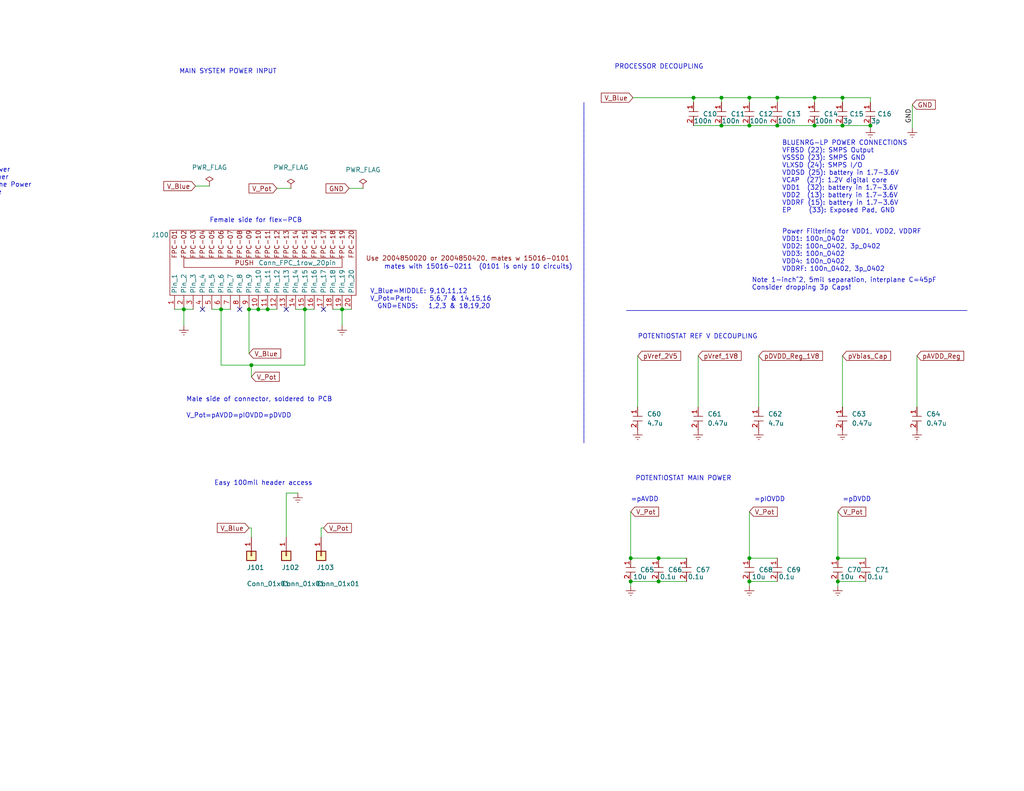
<source format=kicad_sch>
(kicad_sch (version 20211123) (generator eeschema)
  (paper "USLetter")
  (title_block (title "SwiftMote-EC Prototype") (rev "2022A") (company "CMC Microsystems"))
  (lib_symbols
    (symbol "CMC_Capacitor:Non_Polar"
      (property "Reference" "C" (at 3.81 0 0))
      (symbol "Non_Polar_0_1"
        (polyline (pts (xy -1.27 0) (xy 1.27 0)))
        (polyline (pts (xy -1.27 1.27) (xy 1.27 1.27)))
      )
      (symbol "Non_Polar_1_1"
        (pin passive line (at 0 3.81 270) (length 2.54) (name "") (number "1"))
        (pin passive line (at 0 -2.54 90) (length 2.54) (name "") (number "2"))
      )
    )
    (symbol "CMC_Connector:Conn_FPC_1row_20pin"
      (property "Reference" "J" (at -29.21 7.62 0))
      (property "Value" "Conn_FPC_1row_20pin" (at 10.16 0 0))
      (symbol "Conn_FPC_1row_20pin_0_0"
        (rectangle (start -25.4 -8.89) (end 25.4 8.89))
        (rectangle (start -21.59 1.27) (end 21.59 -1.27))
        (text "FPC-01" (at -24.13 5.08 900) (effects (font (size 1.27 1.27))))
        (text "FPC-02" (at -21.59 5.08 900) (effects (font (size 1.27 1.27))))
        (text "FPC-03" (at -19.05 5.08 900) (effects (font (size 1.27 1.27))))
        (text "FPC-04" (at -16.51 5.08 900) (effects (font (size 1.27 1.27))))
        (text "FPC-05" (at -13.97 5.08 900) (effects (font (size 1.27 1.27))))
        (text "FPC-06" (at -11.43 5.08 900) (effects (font (size 1.27 1.27))))
        (text "FPC-07" (at -8.89 5.08 900) (effects (font (size 1.27 1.27))))
        (text "FPC-08" (at -6.35 5.08 900) (effects (font (size 1.27 1.27))))
        (text "FPC-09" (at -3.81 5.08 900) (effects (font (size 1.27 1.27))))
        (text "FPC-10" (at -1.27 5.08 900) (effects (font (size 1.27 1.27))))
        (text "FPC-11" (at 1.27 5.08 900) (effects (font (size 1.27 1.27))))
        (text "FPC-12" (at 3.81 5.08 900) (effects (font (size 1.27 1.27))))
        (text "FPC-13" (at 6.35 5.08 900) (effects (font (size 1.27 1.27))))
        (text "FPC-14" (at 8.89 5.08 900) (effects (font (size 1.27 1.27))))
        (text "FPC-15" (at 11.43 5.08 900) (effects (font (size 1.27 1.27))))
        (text "FPC-16" (at 13.97 5.08 900) (effects (font (size 1.27 1.27))))
        (text "FPC-17" (at 16.51 5.08 900) (effects (font (size 1.27 1.27))))
        (text "FPC-18" (at 19.05 5.08 900) (effects (font (size 1.27 1.27))))
        (text "FPC-19" (at 21.59 5.08 900) (effects (font (size 1.27 1.27))))
        (text "FPC-20" (at 24.13 5.08 900) (effects (font (size 1.27 1.27))))
        (text "PUSH" (at -5.08 0 0) (effects (font (size 1.27 1.27))))
        (text "Use 2004850020 or 2004850420, mates w 15016-0101" (at 55.88 1.27 0) (effects (font (size 1.27 1.27))))
      )
      (symbol "Conn_FPC_1row_20pin_1_1"
        (pin passive line (at -24.13 -12.7 90) (length 3.81) (name "Pin_1") (number "1"))
        (pin passive line (at -1.27 -12.7 90) (length 3.81) (name "Pin_10") (number "10"))
        (pin passive line (at 1.27 -12.7 90) (length 3.81) (name "Pin_11") (number "11"))
        (pin passive line (at 3.81 -12.7 90) (length 3.81) (name "Pin_12") (number "12"))
        (pin passive line (at 6.35 -12.7 90) (length 3.81) (name "Pin_13") (number "13"))
        (pin passive line (at 8.89 -12.7 90) (length 3.81) (name "Pin_14") (number "14"))
        (pin passive line (at 11.43 -12.7 90) (length 3.81) (name "Pin_15") (number "15"))
        (pin passive line (at 13.97 -12.7 90) (length 3.81) (name "Pin_16") (number "16"))
        (pin passive line (at 16.51 -12.7 90) (length 3.81) (name "Pin_17") (number "17"))
        (pin passive line (at 19.05 -12.7 90) (length 3.81) (name "Pin_18") (number "18"))
        (pin passive line (at 21.59 -12.7 90) (length 3.81) (name "Pin_19") (number "19"))
        (pin passive line (at -21.59 -12.7 90) (length 3.81) (name "Pin_2") (number "2"))
        (pin passive line (at 24.13 -12.7 90) (length 3.81) (name "Pin_20") (number "20"))
        (pin passive line (at -19.05 -12.7 90) (length 3.81) (name "Pin_3") (number "3"))
        (pin passive line (at -16.51 -12.7 90) (length 3.81) (name "Pin_4") (number "4"))
        (pin passive line (at -13.97 -12.7 90) (length 3.81) (name "Pin_5") (number "5"))
        (pin passive line (at -11.43 -12.7 90) (length 3.81) (name "Pin_6") (number "6"))
        (pin passive line (at -8.89 -12.7 90) (length 3.81) (name "Pin_7") (number "7"))
        (pin passive line (at -6.35 -12.7 90) (length 3.81) (name "Pin_8") (number "8"))
        (pin passive line (at -3.81 -12.7 90) (length 3.81) (name "Pin_9") (number "9"))
      )
    )
    (symbol "Connector_Generic:Conn_01x01" (pin_names (offset 1.016) hide)
      (property "Reference" "J" (at 0 2.54 0))
      (property "Value" "Conn_01x01" (at 0 -2.54 0))
      (symbol "Conn_01x01_1_1"
        (rectangle (start -1.27 0.127) (end 0 -0.127) (stroke (width 0.1524)))
        (rectangle (start -1.27 1.27) (end 1.27 -1.27) (stroke (width 0.254)) (fill (type background)))
        (pin passive line (at -5.08 0 0) (length 3.81) (name "Pin_1") (number "1"))
      )
    )
    (symbol "power:GNDREF" (power) (pin_names (offset 0))
      (property "Value" "GNDREF" (at 0 -3.81 0))
      (symbol "GNDREF_0_1"
        (polyline (pts (xy -0.635 -1.905) (xy 0.635 -1.905)))
        (polyline (pts (xy -0.127 -2.54) (xy 0.127 -2.54)))
        (polyline (pts (xy 0 -1.27) (xy 0 0)))
        (polyline (pts (xy 1.27 -1.27) (xy -1.27 -1.27)))
      )
      (symbol "GNDREF_1_1"
        (pin power_in line (at 0 0 270) (length 0) hide (name "GNDREF") (number "1"))
      )
    )
    (symbol "power:PWR_FLAG" (power) (pin_numbers hide) (pin_names (offset 0) hide)
      (property "Value" "PWR_FLAG" (at 0 3.81 0))
      (symbol "PWR_FLAG_0_0"
        (pin power_out line (at 0 0 90) (length 0) (name "pwr") (number "1"))
      )
      (symbol "PWR_FLAG_0_1"
        (polyline (pts (xy 0 0) (xy 0 1.27) (xy -1.016 1.905) (xy 0 2.54) (xy 1.016 1.905) (xy 0 1.27)))
      )
    )
  )
  (junction (at 212.09 34.29))
  (junction (at 196.85 34.29))
  (junction (at 179.705 158.75))
  (junction (at 73.025 84.455))
  (junction (at 229.87 34.29))
  (junction (at 60.325 84.455))
  (junction (at 237.49 34.29))
  (junction (at 228.6 152.4))
  (junction (at 204.47 158.75))
  (junction (at 204.47 26.67))
  (junction (at 189.23 26.67))
  (junction (at 212.09 26.67))
  (junction (at 179.705 152.4))
  (junction (at 196.85 26.67))
  (junction (at 83.185 84.455))
  (junction (at 204.47 34.29))
  (junction (at 172.085 152.4))
  (junction (at 67.945 84.455))
  (junction (at 68.58 99.695))
  (junction (at 222.25 26.67))
  (junction (at 204.47 152.4))
  (junction (at 93.345 84.455))
  (junction (at 70.485 84.455))
  (junction (at 229.87 26.67))
  (junction (at 222.25 34.29))
  (junction (at 50.165 84.455))
  (junction (at 172.085 158.75))
  (junction (at 228.6 158.75))
  (no_connect (at 55.245 84.455))
  (no_connect (at 65.405 84.455))
  (no_connect (at 78.105 84.455))
  (no_connect (at 88.265 84.455))
  (wire (pts (xy 179.705 152.4) (xy 187.325 152.4)))
  (wire (pts (xy 93.345 84.455) (xy 95.885 84.455)))
  (wire (pts (xy 228.6 139.7) (xy 228.6 152.4)))
  (wire (pts (xy 250.19 97.155) (xy 250.19 111.125)))
  (wire (pts (xy 179.705 158.75) (xy 187.325 158.75)))
  (wire (pts (xy 196.85 26.67) (xy 204.47 26.67)))
  (wire (pts (xy 229.87 26.67) (xy 237.49 26.67)))
  (wire (pts (xy 204.47 26.67) (xy 212.09 26.67)))
  (wire (pts (xy 196.85 26.67) (xy 196.85 27.94)))
  (wire (pts (xy 229.87 34.29) (xy 237.49 34.29)))
  (wire (pts (xy 228.6 158.75) (xy 228.6 160.02)))
  (wire (pts (xy 68.58 146.685) (xy 68.58 144.145)))
  (wire (pts (xy 172.72 26.67) (xy 189.23 26.67)))
  (wire (pts (xy 80.645 84.455) (xy 83.185 84.455)))
  (wire (pts (xy 204.47 139.7) (xy 204.47 152.4)))
  (wire (pts (xy 57.785 84.455) (xy 60.325 84.455)))
  (wire (pts (xy 47.625 84.455) (xy 50.165 84.455)))
  (wire (pts (xy 60.325 84.455) (xy 60.325 99.695)))
  (wire (pts (xy 67.945 84.455) (xy 67.945 96.52)))
  (wire (pts (xy 78.105 146.685) (xy 78.105 134.62)))
  (wire (pts (xy 95.25 51.435) (xy 99.06 51.435)))
  (wire (pts (xy 53.34 50.8) (xy 57.15 50.8)))
  (wire (pts (xy 229.87 97.155) (xy 229.87 111.125)))
  (wire (pts (xy 75.565 51.435) (xy 79.375 51.435)))
  (wire (pts (xy 237.49 34.29) (xy 237.49 34.925)))
  (wire (pts (xy 189.23 26.67) (xy 196.85 26.67)))
  (wire (pts (xy 173.99 97.155) (xy 173.99 111.125)))
  (wire (pts (xy 73.025 84.455) (xy 75.565 84.455)))
  (wire (pts (xy 172.085 139.7) (xy 172.085 152.4)))
  (wire (pts (xy 78.105 134.62) (xy 81.28 134.62)))
  (wire (pts (xy 83.185 84.455) (xy 85.725 84.455)))
  (wire (pts (xy 190.5 97.155) (xy 190.5 111.125)))
  (wire (pts (xy 212.09 34.29) (xy 222.25 34.29)))
  (wire (pts (xy 248.92 28.575) (xy 248.92 34.925)))
  (wire (pts (xy 68.58 99.695) (xy 68.58 102.87)))
  (wire (pts (xy 204.47 34.29) (xy 212.09 34.29)))
  (wire (pts (xy 68.58 144.145) (xy 67.945 144.145)))
  (wire (pts (xy 222.25 26.67) (xy 229.87 26.67)))
  (wire (pts (xy 204.47 158.75) (xy 212.09 158.75)))
  (wire (pts (xy 204.47 152.4) (xy 212.09 152.4)))
  (wire (pts (xy 67.945 84.455) (xy 70.485 84.455)))
  (wire (pts (xy 87.63 146.685) (xy 87.63 144.145)))
  (wire (pts (xy 196.85 34.29) (xy 204.47 34.29)))
  (wire (pts (xy 189.23 26.67) (xy 189.23 27.94)))
  (wire (pts (xy 204.47 26.67) (xy 204.47 27.94)))
  (wire (pts (xy 229.87 26.67) (xy 229.87 27.94)))
  (wire (pts (xy 70.485 84.455) (xy 73.025 84.455)))
  (wire (pts (xy 204.47 158.75) (xy 204.47 160.02)))
  (wire (pts (xy 83.185 84.455) (xy 83.185 99.695)))
  (wire (pts (xy 87.63 144.145) (xy 88.265 144.145)))
  (wire (pts (xy 212.09 26.67) (xy 212.09 27.94)))
  (wire (pts (xy 228.6 158.75) (xy 236.22 158.75)))
  (wire (pts (xy 222.25 34.29) (xy 229.87 34.29)))
  (wire (pts (xy 228.6 152.4) (xy 236.22 152.4)))
  (wire (pts (xy 237.49 26.67) (xy 237.49 27.94)))
  (wire (pts (xy 172.085 158.75) (xy 179.705 158.75)))
  (wire (pts (xy 50.165 84.455) (xy 52.705 84.455)))
  (wire (pts (xy 60.325 84.455) (xy 62.865 84.455)))
  (wire (pts (xy 172.085 158.75) (xy 172.085 160.02)))
  (wire (pts (xy 189.23 34.29) (xy 196.85 34.29)))
  (wire (pts (xy 93.345 84.455) (xy 93.345 88.9)))
  (wire (pts (xy 60.325 99.695) (xy 68.58 99.695)))
  (wire (pts (xy 207.01 97.155) (xy 207.01 111.125)))
  (wire (pts (xy 90.805 84.455) (xy 93.345 84.455)))
  (wire (pts (xy 222.25 26.67) (xy 222.25 27.94)))
  (wire (pts (xy 50.165 84.455) (xy 50.165 88.9)))
  (wire (pts (xy 68.58 99.695) (xy 83.185 99.695)))
  (wire (pts (xy 212.09 26.67) (xy 222.25 26.67)))
  (wire (pts (xy 172.085 152.4) (xy 179.705 152.4)))
  (text "Male side of connector, soldered to PCB" (at 50.8 109.855 0) (effects (font (size 1.27 1.27)) (justify left bottom)))
  (text "=pIOVDD" (at 205.74 137.16 0) (effects (font (size 1.27 1.27)) (justify left bottom)))
  (text "pg7 AD5940\nAVDD=DVDD=2.8V to 3.6V\nMaximum difference between supplies=0.3V\nIOVDD=1.8V and 2.8V to 3.6V\nADC ref/excitation/DAC and amplifier=1.82V internal ref\nlow power DAC ref 2.5V, internal reference" (at -76.835 119.38 0) (effects (font (size 1.27 1.27)) (justify left bottom)))
  (text "_____________________________________________________________" (at 170.815 85.09 0) (effects (font (size 2 2)) (justify left bottom)))
  (text "Easy 100mil header access" (at 58.42 132.715 0) (effects (font (size 1.27 1.27)) (justify left bottom)))
  (text "Power Filtering for VDD1, VDD2, VDDRF\nVDD1: 100n_0402\nVDD2: 100n_0402, 3p_0402\nVDD3: 100n_0402\nVDD4: 100n_0402\nVDDRF: 100n_0402, 3p_0402" (at 213.36 74.295 0) (effects (font (size 1.27 1.27)) (justify left bottom)))
  (text "PROCESSOR DECOUPLING" (at 167.64 19.05 0) (effects (font (size 1.27 1.27)) (justify left bottom)))
  (text "Have this way too small zif:\nTE 1734592-5  (5-pos, 0.50 mm pitch, 0.20mm wide pins)\nseems to be only for inserting flex pcb's and \nlocking them in, no way to unlock." (at -78.105 96.52 0) (effects (font (size 1.27 1.27)) (justify left bottom)))
  (text "For magnetic connections,  have cutouts around the SWDIO and expansion header for 'stabilty'" (at -107.315 74.93 0) (effects (font (size 1.27 1.27)) (justify left bottom)))
  (text "mates with 15016-0211  (0101 is only 10 circuits)" (at 104.775 73.66 0) (effects (font (size 1.27 1.27)) (justify left bottom)))
  (text "BLUENRG-LP POWER CONNECTIONS\nVFBSD (22): SMPS Output\nVSSSD (23): SMPS GND\nVLXSD (24): SMPS I/O\nVDDSD (25): battery in 1.7-3.6V\nVCAP  (27): 1.2V digital core\nVDD1  (32): battery in 1.7-3.6V\nVDD2  (13): battery in 1.7-3.6V\nVDDRF (15): battery in 1.7-3.6V\nEP     (33): Exposed Pad, GND\n\n" (at 213.36 60.325 0) (effects (font (size 1.27 1.27)) (justify left bottom)))
  (text "V_Blue=MIDDLE: 9,10,11,12  \nV_Pot=Part:     5,6,7 & 14,15,16\n  GND=ENDS:   1,2,3 & 18,19,20" (at 100.965 84.455 0) (effects (font (size 1.27 1.27)) (justify left bottom)))
  (text "Female side for flex-PCB" (at 57.15 60.96 0) (effects (font (size 1.27 1.27)) (justify left bottom)))
  (text "POTENTIOSTAT MAIN POWER" (at 173.355 131.445 0) (effects (font (size 1.27 1.27)) (justify left bottom)))
  (text "POTENTIOSTAT REF V DECOUPLING" (at 173.99 92.71 0) (effects (font (size 1.27 1.27)) (justify left bottom)))
  (text "_____________________________________________________________" (at 159.385 121.285 90) (effects (font (size 2 2)) (justify left bottom)))
  (text "=pDVDD" (at 229.87 137.16 0) (effects (font (size 1.27 1.27)) (justify left bottom)))
  (text "Note 1-inch^2, 5mil separation, interplane C=45pF\nConsider dropping 3p Caps!" (at 205.105 79.375 0) (effects (font (size 1.27 1.27)) (justify left bottom)))
  (text "V_Pot=pAVDD=pIOVDD=pDVDD" (at 50.8 114.3 0) (effects (font (size 1.27 1.27)) (justify left bottom)))
  (text "Need:\nGND\nBlueNRG-LP Power\nPotentiostat Power\nAbility to Combine Power\nKeep it flippable" (at -15.875 53.34 0) (effects (font (size 1.27 1.27)) (justify left bottom)))
  (text "=pAVDD" (at 172.085 137.16 0) (effects (font (size 1.27 1.27)) (justify left bottom)))
  (text "MAIN SYSTEM POWER INPUT" (at 48.895 20.32 0) (effects (font (size 1.27 1.27)) (justify left bottom)))
  (label "GND" (at 248.92 33.655 90))
  (global_label "V_Pot" (shape input) (at 68.58 102.87 0) (property "Intersheet References" "${INTERSHEET_REFS}" (effects hide)))
  (global_label "V_Pot" (shape input) (at 88.265 144.145 0) (property "Intersheet References" "${INTERSHEET_REFS}" (effects hide)))
  (global_label "V_Blue" (shape input) (at 172.72 26.67 180) (property "Intersheet References" "${INTERSHEET_REFS}" (effects hide)))
  (global_label "V_Blue" (shape input) (at 67.945 144.145 180) (property "Intersheet References" "${INTERSHEET_REFS}" (effects hide)))
  (global_label "pVbias_Cap" (shape input) (at 229.87 97.155 0) (property "Intersheet References" "${INTERSHEET_REFS}" (effects hide)))
  (global_label "V_Pot" (shape input) (at 204.47 139.7 0) (property "Intersheet References" "${INTERSHEET_REFS}" (effects hide)))
  (global_label "V_Blue" (shape input) (at 53.34 50.8 180) (property "Intersheet References" "${INTERSHEET_REFS}" (effects hide)))
  (global_label "pAVDD_Reg" (shape input) (at 250.19 97.155 0) (property "Intersheet References" "${INTERSHEET_REFS}" (effects hide)))
  (global_label "pVref_1V8" (shape input) (at 190.5 97.155 0) (property "Intersheet References" "${INTERSHEET_REFS}" (effects hide)))
  (global_label "GND" (shape input) (at 248.92 28.575 0) (property "Intersheet References" "${INTERSHEET_REFS}" (effects hide)))
  (global_label "pDVDD_Reg_1V8" (shape input) (at 207.01 97.155 0) (property "Intersheet References" "${INTERSHEET_REFS}" (effects hide)))
  (global_label "V_Blue" (shape input) (at 67.945 96.52 0) (property "Intersheet References" "${INTERSHEET_REFS}" (effects hide)))
  (global_label "V_Pot" (shape input) (at 228.6 139.7 0) (property "Intersheet References" "${INTERSHEET_REFS}" (effects hide)))
  (global_label "V_Pot" (shape input) (at 75.565 51.435 180) (property "Intersheet References" "${INTERSHEET_REFS}" (effects hide)))
  (global_label "V_Pot" (shape input) (at 172.085 139.7 0) (property "Intersheet References" "${INTERSHEET_REFS}" (effects hide)))
  (global_label "pVref_2V5" (shape input) (at 173.99 97.155 0) (property "Intersheet References" "${INTERSHEET_REFS}" (effects hide)))
  (global_label "GND" (shape input) (at 95.25 51.435 180) (property "Intersheet References" "${INTERSHEET_REFS}" (effects hide)))
  (symbol (lib_id "power:GNDREF") (at 204.47 160.02 0) (unit 1)
    (property "Reference" "#PWR0132" (effects hide))
    (property "Value" "GNDREF" (effects hide))
  )
  (symbol (lib_id "CMC_Capacitor:Non_Polar") (at 172.085 156.21 0) (unit 1)
    (property "Reference" "C65" (at 174.625 155.5749 0) (effects (justify left)))
    (property "Value" "10u" (at 174.625 157.48 0))
    (property "Footprint" "CMC_Capacitor_SMD:C_0805_2012Metric" (effects hide))
    (property "Manufacturer PN" "GRM21BR71A106KA73L" (effects hide))
    (property "Digikey PN" "490-10516-1-ND" (effects hide))
    (property "Mouser PN" "81-GRM21BR71A106KA3L" (effects hide))
    (property "Top Distributor" "Digikey" (effects hide))
    (property "Voltage" "10V" (effects hide))
    (property "Type" "X7R" (effects hide))
  )
  (symbol (lib_id "CMC_Capacitor:Non_Polar") (at 187.325 156.21 0) (unit 1)
    (property "Reference" "C67" (at 189.865 155.5749 0) (effects (justify left)))
    (property "Value" "0.1u" (at 189.865 157.48 0))
    (property "Footprint" "CMC_Capacitor_SMD:C_0402_1005Metric" (effects hide))
    (property "Manufacturer PN" "GRM155R71H104KE14J" (effects hide))
    (property "Digikey PN" "490-13342-1-ND" (effects hide))
    (property "Mouser PN" "81-GRM155R71H104KE4J" (effects hide))
    (property "Top Distributor" "Mouser" (effects hide))
    (property "Voltage" "50V" (effects hide))
    (property "Type" "X7R" (effects hide))
  )
  (symbol (lib_id "CMC_Capacitor:Non_Polar") (at 173.99 114.935 0) (unit 1)
    (property "Reference" "C60" (at 176.53 113.0299 0) (effects (justify left)))
    (property "Value" "4.7u" (at 176.53 115.5699 0) (effects (justify left)))
    (property "Footprint" "CMC_Capacitor_SMD:C_0603_1608Metric" (effects hide))
    (property "Manufacturer PN" "GRM188Z71C475KE21J" (effects hide))
    (property "Digikey PN" "490-GRM188Z71C475KE21JCT-ND" (effects hide))
    (property "Mouser PN" "81-GRM188Z71C475KE1J" (effects hide))
    (property "Top Distributor" "Digikey" (effects hide))
    (property "Voltage" "16V" (effects hide))
    (property "Type" "X7R" (effects hide))
  )
  (symbol (lib_id "power:PWR_FLAG") (at 57.15 50.8 0) (unit 1)
    (property "Reference" "#FLG0103" (effects hide))
    (property "Value" "PWR_FLAG" (at 57.15 45.72 0))
  )
  (symbol (lib_id "power:GNDREF") (at 237.49 34.925 0) (unit 1)
    (property "Reference" "#PWR0129" (effects hide))
    (property "Value" "GNDREF" (effects hide))
  )
  (symbol (lib_id "CMC_Capacitor:Non_Polar") (at 250.19 114.935 0) (unit 1)
    (property "Reference" "C64" (at 252.73 113.0299 0) (effects (justify left)))
    (property "Value" "0.47u" (at 252.73 115.5699 0) (effects (justify left)))
    (property "Footprint" "CMC_Capacitor_SMD:C_0402_1005Metric" (effects hide))
    (property "Manufacturer PN" "GRM155R71A474KE01D" (effects hide))
    (property "Digikey PN" "490-14366-1-ND" (effects hide))
    (property "Mouser PN" "81-GRM155R71A474KE1D" (effects hide))
    (property "Top Distributor" "Digikey" (effects hide))
    (property "Voltage" "10V" (effects hide))
    (property "Type" "X7R" (effects hide))
  )
  (symbol (lib_id "CMC_Capacitor:Non_Polar") (at 207.01 114.935 0) (unit 1)
    (property "Reference" "C62" (at 209.55 113.0299 0) (effects (justify left)))
    (property "Value" "4.7u" (at 209.55 115.5699 0) (effects (justify left)))
    (property "Footprint" "CMC_Capacitor_SMD:C_0603_1608Metric" (effects hide))
    (property "Manufacturer PN" "GRM188Z71C475KE21J" (effects hide))
    (property "Digikey PN" "490-GRM188Z71C475KE21JCT-ND" (effects hide))
    (property "Mouser PN" "81-GRM188Z71C475KE1J" (effects hide))
    (property "Top Distributor" "Digikey" (effects hide))
    (property "Voltage" "16V" (effects hide))
    (property "Type" "X7R" (effects hide))
  )
  (symbol (lib_id "power:GNDREF") (at 190.5 117.475 0) (unit 1)
    (property "Reference" "#PWR0127" (effects hide))
    (property "Value" "GNDREF" (effects hide))
  )
  (symbol (lib_id "CMC_Capacitor:Non_Polar") (at 222.25 31.75 0) (unit 1)
    (property "Reference" "C14" (at 224.79 31.1149 0) (effects (justify left)))
    (property "Value" "100n" (at 224.79 33.02 0))
    (property "Footprint" "CMC_Capacitor_SMD:C_0402_1005Metric" (effects hide))
    (property "Manufacturer PN" "GCM155R71E104KE02D" (effects hide))
    (property "Digikey PN" "490-16431-1-ND" (effects hide))
    (property "Mouser PN" "GCM155R71E104KE02D" (effects hide))
    (property "Top Distributor" "Digikey" (effects hide))
    (property "Voltage" "25V" (effects hide))
    (property "Type" "X7R, 10% tolerance" (effects hide))
  )
  (symbol (lib_id "power:GNDREF") (at 173.99 117.475 0) (unit 1)
    (property "Reference" "#PWR0128" (effects hide))
    (property "Value" "GNDREF" (effects hide))
  )
  (symbol (lib_id "CMC_Capacitor:Non_Polar") (at 212.09 156.21 0) (unit 1)
    (property "Reference" "C69" (at 214.63 155.5749 0) (effects (justify left)))
    (property "Value" "0.1u" (at 214.63 157.48 0))
    (property "Footprint" "CMC_Capacitor_SMD:C_0402_1005Metric" (effects hide))
    (property "Manufacturer PN" "GRM155R71H104KE14J" (effects hide))
    (property "Digikey PN" "490-13342-1-ND" (effects hide))
    (property "Mouser PN" "81-GRM155R71H104KE4J" (effects hide))
    (property "Top Distributor" "Mouser" (effects hide))
    (property "Voltage" "50V" (effects hide))
    (property "Type" "X7R" (effects hide))
  )
  (symbol (lib_id "power:GNDREF") (at 207.01 117.475 0) (unit 1)
    (property "Reference" "#PWR0126" (effects hide))
    (property "Value" "GNDREF" (effects hide))
  )
  (symbol (lib_id "CMC_Capacitor:Non_Polar") (at 204.47 31.75 0) (unit 1)
    (property "Reference" "C12" (at 207.01 31.1149 0) (effects (justify left)))
    (property "Value" "100n" (at 207.01 33.02 0))
    (property "Footprint" "CMC_Capacitor_SMD:C_0402_1005Metric" (effects hide))
    (property "Manufacturer PN" "GCM155R71E104KE02D" (effects hide))
    (property "Digikey PN" "490-16431-1-ND" (effects hide))
    (property "Mouser PN" "GCM155R71E104KE02D" (effects hide))
    (property "Top Distributor" "Digikey" (effects hide))
    (property "Voltage" "25V" (effects hide))
    (property "Type" "X7R, 10% tolerance" (effects hide))
  )
  (symbol (lib_id "power:PWR_FLAG") (at 79.375 51.435 0) (unit 1)
    (property "Reference" "#FLG0101" (effects hide))
    (property "Value" "PWR_FLAG" (at 79.375 45.72 0))
  )
  (symbol (lib_id "CMC_Capacitor:Non_Polar") (at 190.5 114.935 0) (unit 1)
    (property "Reference" "C61" (at 193.04 113.0299 0) (effects (justify left)))
    (property "Value" "0.47u" (at 193.04 115.5699 0) (effects (justify left)))
    (property "Footprint" "CMC_Capacitor_SMD:C_0402_1005Metric" (effects hide))
    (property "Manufacturer PN" "GRM155R71A474KE01D" (effects hide))
    (property "Digikey PN" "490-14366-1-ND" (effects hide))
    (property "Mouser PN" "81-GRM155R71A474KE1D" (effects hide))
    (property "Top Distributor" "Digikey" (effects hide))
    (property "Voltage" "10V" (effects hide))
    (property "Type" "X7R" (effects hide))
  )
  (symbol (lib_id "power:GNDREF") (at 250.19 117.475 0) (unit 1)
    (property "Reference" "#PWR0133" (effects hide))
    (property "Value" "GNDREF" (effects hide))
  )
  (symbol (lib_id "power:GNDREF") (at 81.28 134.62 0) (unit 1)
    (property "Reference" "#PWR0122" (effects hide))
    (property "Value" "GNDREF" (effects hide))
  )
  (symbol (lib_id "CMC_Capacitor:Non_Polar") (at 229.87 114.935 0) (unit 1)
    (property "Reference" "C63" (at 232.41 113.0299 0) (effects (justify left)))
    (property "Value" "0.47u" (at 232.41 115.5699 0) (effects (justify left)))
    (property "Footprint" "CMC_Capacitor_SMD:C_0402_1005Metric" (effects hide))
    (property "Manufacturer PN" "GRM155R71A474KE01D" (effects hide))
    (property "Digikey PN" "490-14366-1-ND" (effects hide))
    (property "Mouser PN" "81-GRM155R71A474KE1D" (effects hide))
    (property "Top Distributor" "Digikey" (effects hide))
    (property "Voltage" "10V" (effects hide))
    (property "Type" "X7R" (effects hide))
  )
  (symbol (lib_id "CMC_Capacitor:Non_Polar") (at 212.09 31.75 0) (unit 1)
    (property "Reference" "C13" (at 214.63 31.1149 0) (effects (justify left)))
    (property "Value" "100n" (at 214.63 33.02 0))
    (property "Footprint" "CMC_Capacitor_SMD:C_0402_1005Metric" (effects hide))
    (property "Manufacturer PN" "GCM155R71E104KE02D" (effects hide))
    (property "Digikey PN" "490-16431-1-ND" (effects hide))
    (property "Mouser PN" "GCM155R71E104KE02D" (effects hide))
    (property "Top Distributor" "Digikey" (effects hide))
    (property "Voltage" "25V" (effects hide))
    (property "Type" "X7R, 10% tolerance" (effects hide))
  )
  (symbol (lib_id "power:GNDREF") (at 248.92 34.925 0) (unit 1)
    (property "Reference" "#PWR0131" (effects hide))
    (property "Value" "GNDREF" (effects hide))
  )
  (symbol (lib_id "Connector_Generic:Conn_01x01") (at 68.58 151.765 270) (unit 1)
    (property "Reference" "J101" (at 67.31 154.94 90) (effects (justify left)))
    (property "Value" "Conn_01x01" (at 67.31 159.385 90) (effects (justify left)))
    (property "Footprint" "Connector_PinHeader_2.54mm:PinHeader_1x01_P2.54mm_Vertical" (effects hide))
    (property "Manufacturer" "Samtec" (effects hide))
    (property "Manufacturer PN" "TSW-101-08-G-S" (effects hide))
    (property "Digikey PN" "SAM1038-01-ND" (effects hide))
    (property "Mouser PN" "200-TSW10108GS" (effects hide))
    (property "Top Distributor" "Mouser" (effects hide))
    (property "Description" "Contact Length Mating (w board)=0.230\"=5.84mm, Contact Length Post=0.200\"=5.08mm" (effects hide))
  )
  (symbol (lib_id "Connector_Generic:Conn_01x01") (at 87.63 151.765 270) (unit 1)
    (property "Reference" "J103" (at 86.36 154.94 90) (effects (justify left)))
    (property "Value" "Conn_01x01" (at 86.36 159.385 90) (effects (justify left)))
    (property "Footprint" "Connector_PinHeader_2.54mm:PinHeader_1x01_P2.54mm_Vertical" (effects hide))
    (property "Manufacturer" "Samtec" (effects hide))
    (property "Manufacturer PN" "TSW-101-08-G-S" (effects hide))
    (property "Digikey PN" "SAM1038-01-ND" (effects hide))
    (property "Mouser PN" "200-TSW10108GS" (effects hide))
    (property "Top Distributor" "Mouser" (effects hide))
    (property "Description" "Contact Length Mating (w board)=0.230\"=5.84mm, Contact Length Post=0.200\"=5.08mm" (effects hide))
  )
  (symbol (lib_id "CMC_Capacitor:Non_Polar") (at 189.23 31.75 0) (unit 1)
    (property "Reference" "C10" (at 191.77 31.1149 0) (effects (justify left)))
    (property "Value" "100n" (at 191.77 33.02 0))
    (property "Footprint" "CMC_Capacitor_SMD:C_0402_1005Metric" (effects hide))
    (property "Manufacturer PN" "GCM155R71E104KE02D" (effects hide))
    (property "Digikey PN" "490-16431-1-ND" (effects hide))
    (property "Mouser PN" "GCM155R71E104KE02D" (effects hide))
    (property "Top Distributor" "Digikey" (effects hide))
    (property "Voltage" "25V" (effects hide))
    (property "Type" "X7R, 10% tolerance" (effects hide))
  )
  (symbol (lib_id "power:PWR_FLAG") (at 99.06 51.435 0) (unit 1)
    (property "Reference" "#FLG0102" (effects hide))
    (property "Value" "PWR_FLAG" (at 99.06 46.355 0))
  )
  (symbol (lib_id "CMC_Capacitor:Non_Polar") (at 228.6 156.21 0) (unit 1)
    (property "Reference" "C70" (at 231.14 155.5749 0) (effects (justify left)))
    (property "Value" "10u" (at 231.14 157.48 0))
    (property "Footprint" "Resistor_SMD:R_0805_2012Metric" (effects hide))
    (property "Manufacturer PN" "GRM21BR71A106KA73L" (effects hide))
    (property "Digikey PN" "490-10516-1-ND" (effects hide))
    (property "Mouser PN" "81-GRM21BR71A106KA3L" (effects hide))
    (property "Top Distributor" "Digikey" (effects hide))
    (property "Voltage" "10V" (effects hide))
    (property "Type" "X7R" (effects hide))
  )
  (symbol (lib_id "power:GNDREF") (at 93.345 88.9 0) (unit 1)
    (property "Reference" "#PWR0125" (effects hide))
    (property "Value" "GNDREF" (effects hide))
  )
  (symbol (lib_id "Connector_Generic:Conn_01x01") (at 78.105 151.765 270) (unit 1)
    (property "Reference" "J102" (at 76.835 154.94 90) (effects (justify left)))
    (property "Value" "Conn_01x01" (at 76.835 159.385 90) (effects (justify left)))
    (property "Footprint" "Connector_PinHeader_2.54mm:PinHeader_1x01_P2.54mm_Vertical" (effects hide))
    (property "Manufacturer" "Samtec" (effects hide))
    (property "Manufacturer PN" "TSW-101-08-G-S" (effects hide))
    (property "Digikey PN" "SAM1038-01-ND" (effects hide))
    (property "Mouser PN" "200-TSW10108GS" (effects hide))
    (property "Top Distributor" "Mouser" (effects hide))
    (property "Description" "Contact Length Mating (w board)=0.230\"=5.84mm, Contact Length Post=0.200\"=5.08mm" (effects hide))
  )
  (symbol (lib_id "CMC_Capacitor:Non_Polar") (at 237.49 31.75 0) (unit 1)
    (property "Reference" "C16" (at 239.395 31.115 0) (effects (justify left)))
    (property "Value" "3p " (at 239.395 33.02 0))
    (property "Footprint" "CMC_Capacitor_SMD:C_0402_1005Metric" (effects hide))
    (property "Manufacturer PN" "GCM1555C1H3R0BA16D" (effects hide))
    (property "Digikey PN" "490-14421-1-ND" (effects hide))
    (property "Mouser PN" "81-GCM1555C1H3R0BA6D " (effects hide))
    (property "Top Distributor" "Digikey" (effects hide))
    (property "Voltage" "50V" (effects hide))
    (property "Type" "C0G, NP0" (effects hide))
  )
  (symbol (lib_id "CMC_Capacitor:Non_Polar") (at 229.87 31.75 0) (unit 1)
    (property "Reference" "C15" (at 231.775 31.115 0) (effects (justify left)))
    (property "Value" "3p " (at 231.775 33.02 0))
    (property "Footprint" "CMC_Capacitor_SMD:C_0402_1005Metric" (effects hide))
    (property "Manufacturer PN" "GCM1555C1H3R0BA16D" (effects hide))
    (property "Digikey PN" "490-14421-1-ND" (effects hide))
    (property "Mouser PN" "81-GCM1555C1H3R0BA6D " (effects hide))
    (property "Top Distributor" "Digikey" (effects hide))
    (property "Voltage" "50V" (effects hide))
    (property "Type" "C0G, NP0" (effects hide))
  )
  (symbol (lib_id "CMC_Capacitor:Non_Polar") (at 236.22 156.21 0) (unit 1)
    (property "Reference" "C71" (at 238.76 155.5749 0) (effects (justify left)))
    (property "Value" "0.1u" (at 238.76 157.48 0))
    (property "Footprint" "CMC_Capacitor_SMD:C_0402_1005Metric" (effects hide))
    (property "Manufacturer PN" "GRM155R71H104KE14J" (effects hide))
    (property "Digikey PN" "490-13342-1-ND" (effects hide))
    (property "Mouser PN" "81-GRM155R71H104KE4J" (effects hide))
    (property "Top Distributor" "Mouser" (effects hide))
    (property "Voltage" "50V" (effects hide))
    (property "Type" "X7R" (effects hide))
  )
  (symbol (lib_id "CMC_Capacitor:Non_Polar") (at 179.705 156.21 0) (unit 1)
    (property "Reference" "C66" (at 182.245 155.5749 0) (effects (justify left)))
    (property "Value" "0.1u" (at 182.245 157.48 0))
    (property "Footprint" "CMC_Capacitor_SMD:C_0402_1005Metric" (effects hide))
    (property "Manufacturer PN" "GRM155R71H104KE14J" (effects hide))
    (property "Digikey PN" "490-13342-1-ND" (effects hide))
    (property "Mouser PN" "81-GRM155R71H104KE4J" (effects hide))
    (property "Top Distributor" "Mouser" (effects hide))
    (property "Voltage" "50V" (effects hide))
    (property "Type" "X7R" (effects hide))
  )
  (symbol (lib_id "CMC_Capacitor:Non_Polar") (at 204.47 156.21 0) (unit 1)
    (property "Reference" "C68" (at 207.01 155.5749 0) (effects (justify left)))
    (property "Value" "10u" (at 207.01 157.48 0))
    (property "Footprint" "CMC_Capacitor_SMD:C_0805_2012Metric" (effects hide))
    (property "Manufacturer PN" "GRM21BR71A106KA73L" (effects hide))
    (property "Digikey PN" "490-10516-1-ND" (effects hide))
    (property "Mouser PN" "81-GRM21BR71A106KA3L" (effects hide))
    (property "Top Distributor" "Digikey" (effects hide))
    (property "Voltage" "10V" (effects hide))
    (property "Type" "X7R" (effects hide))
  )
  (symbol (lib_id "CMC_Connector:Conn_FPC_1row_20pin") (at 71.755 71.755 0) (unit 1)
    (property "Reference" "J100" (at 41.275 64.135 0) (effects (justify left)))
    (property "Value" "Conn_FPC_1row_20pin" (at 70.485 71.755 0) (effects (justify left)))
    (property "Footprint" "CMC_Conn:Molex_EasyOn_FFCFPC_2004850020" (effects hide))
    (property "Manufacturer" "Molex" (effects hide))
    (property "Manufacturer PN" "2004850020" (effects hide))
    (property "Digikey PN" "900-2004850020TR-ND" (effects hide))
    (property "Mouser PN" "583-200485-0020" (effects hide))
    (property "Top Distributor" "Mouser" (effects hide))
    (property "Alternate" "2004850420" (effects hide))
  )
  (symbol (lib_id "CMC_Capacitor:Non_Polar") (at 196.85 31.75 0) (unit 1)
    (property "Reference" "C11" (at 199.39 31.1149 0) (effects (justify left)))
    (property "Value" "100n" (at 199.39 33.02 0))
    (property "Footprint" "CMC_Capacitor_SMD:C_0402_1005Metric" (effects hide))
    (property "Manufacturer PN" "GCM155R71E104KE02D" (effects hide))
    (property "Digikey PN" "490-16431-1-ND" (effects hide))
    (property "Mouser PN" "GCM155R71E104KE02D" (effects hide))
    (property "Top Distributor" "Digikey" (effects hide))
    (property "Voltage" "25V" (effects hide))
    (property "Type" "X7R, 10% tolerance" (effects hide))
  )
  (symbol (lib_id "power:GNDREF") (at 229.87 117.475 0) (unit 1)
    (property "Reference" "#PWR0134" (effects hide))
    (property "Value" "GNDREF" (effects hide))
  )
  (symbol (lib_id "power:GNDREF") (at 50.165 88.9 0) (unit 1)
    (property "Reference" "#PWR0124" (effects hide))
    (property "Value" "GNDREF" (effects hide))
  )
  (symbol (lib_id "power:GNDREF") (at 228.6 160.02 0) (unit 1)
    (property "Reference" "#PWR0123" (effects hide))
    (property "Value" "GNDREF" (effects hide))
  )
  (symbol (lib_id "power:GNDREF") (at 172.085 160.02 0) (unit 1)
    (property "Reference" "#PWR0135" (effects hide))
    (property "Value" "GNDREF" (effects hide))
  )
)
</source>
